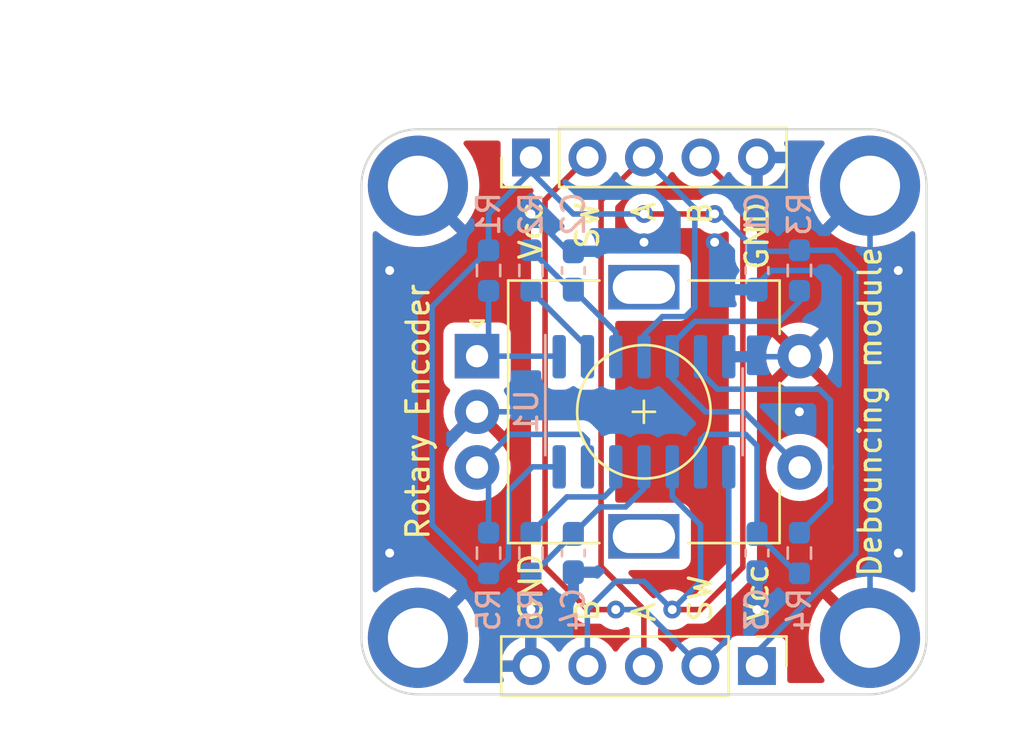
<source format=kicad_pcb>
(kicad_pcb (version 20210623) (generator pcbnew)
  (layers (0 "F.Cu" signal) (31 "B.Cu" signal) (34 "B.Paste" user) (35 "F.Paste" user) (36 "B.SilkS" user "B.Silkscreen") (37 "F.SilkS" user "F.Silkscreen") (38 "B.Mask" user) (39 "F.Mask" user) (44 "Edge.Cuts" user))
  (net 0 "")
  (net 1 "Net-(C4-Pad1)")
  (net 2 "GND")
  (net 3 "Net-(C2-Pad1)")
  (net 4 "Net-(C3-Pad1)")
  (net 5 "VCC")
  (net 6 "Switch")
  (net 7 "A")
  (net 8 "B")
  (net 9 "B_debounced")
  (net 10 "Switch_debounced")
  (net 11 "A_debounced")
  (net 12 "Net-(R4-Pad1)")
  (net 13 "Net-(R2-Pad1)")
  (net 14 "Net-(R6-Pad1)")
  (footprint "MountingHole:MountingHole_2.7mm_M2.5_ISO7380_Pad_TopBottom" (layer "F.Cu") (at 175.26 109.22)
    (fp_text reference "H1" hide)
    (fp_text value "MountingHole_Pad")
    (pad "1" thru_hole circle locked (at 0 0) (size 3.1 3.1) (drill 2.7) (layers *.Cu *.Mask) (net 2 "GND"))
    (pad "1" connect circle locked (at 0 0) (size 4.5 4.5) (layers "F.Cu" "F.Mask") (net 2 "GND"))
    (pad "1" connect circle locked (at 0 0) (size 4.5 4.5) (layers "B.Cu" "B.Mask") (net 2 "GND"))
  )
  (footprint "MountingHole:MountingHole_2.7mm_M2.5_ISO7380_Pad_TopBottom" (layer "F.Cu") (at 195.58 109.22)
    (fp_text reference "H2" hide)
    (fp_text value "MountingHole_Pad")
    (pad "1" connect circle locked (at 0 0) (size 4.5 4.5) (layers "F.Cu" "F.Mask") (net 2 "GND"))
    (pad "1" thru_hole circle locked (at 0 0) (size 3.1 3.1) (drill 2.7) (layers *.Cu *.Mask) (net 2 "GND"))
    (pad "1" connect circle locked (at 0 0) (size 4.5 4.5) (layers "B.Cu" "B.Mask") (net 2 "GND"))
  )
  (footprint "Connector_PinHeader_2.54mm:PinHeader_1x05_P2.54mm_Vertical" (layer "F.Cu") (at 180.34 87.63 90)
    (fp_text reference "J2" hide)
    (fp_text value "Header")
    (fp_line (start -1.33 0) (end -1.33 -1.33) (layer "F.SilkS") (width 0.12))
    (fp_line (start 1.33 1.27) (end 1.33 11.49) (layer "F.SilkS") (width 0.12))
    (fp_line (start -1.33 11.49) (end 1.33 11.49) (layer "F.SilkS") (width 0.12))
    (fp_line (start -1.33 1.27) (end 1.33 1.27) (layer "F.SilkS") (width 0.12))
    (fp_line (start -1.33 1.27) (end -1.33 11.49) (layer "F.SilkS") (width 0.12))
    (fp_line (start -1.33 -1.33) (end 0 -1.33) (layer "F.SilkS") (width 0.12))
    (pad "1" thru_hole rect locked (at 0 0 90) (size 1.7 1.7) (drill 1) (layers *.Cu *.Mask) (net 5 "VCC"))
    (pad "2" thru_hole oval locked (at 0 2.54 90) (size 1.7 1.7) (drill 1) (layers *.Cu *.Mask) (net 10 "Switch_debounced"))
    (pad "3" thru_hole oval locked (at 0 5.08 270) (size 1.7 1.7) (drill 1) (layers *.Cu *.Mask) (net 11 "A_debounced"))
    (pad "4" thru_hole oval locked (at 0 7.62 90) (size 1.7 1.7) (drill 1) (layers *.Cu *.Mask) (net 9 "B_debounced"))
    (pad "5" thru_hole oval locked (at 0 10.16 90) (size 1.7 1.7) (drill 1) (layers *.Cu *.Mask) (net 2 "GND"))
  )
  (footprint "Rotary_Encoder:RotaryEncoder_Alps_EC11E-Switch_Vertical_H20mm" (layer "F.Cu") (at 177.916 96.56)
    (fp_text reference "SW1" hide)
    (fp_text value "RotaryEncoder_Switch")
    (fp_line (start 1.4 -3.4) (end 1.4 8.4) (layer "F.SilkS") (width 0.12))
    (fp_line (start 0 -1.3) (end -0.3 -1.6) (layer "F.SilkS") (width 0.12))
    (fp_line (start 13.6 8.4) (end 9.5 8.4) (layer "F.SilkS") (width 0.12))
    (fp_line (start 13.6 6) (end 13.6 8.4) (layer "F.SilkS") (width 0.12))
    (fp_line (start 7.5 2) (end 7.5 3) (layer "F.SilkS") (width 0.12))
    (fp_line (start 13.6 1.2) (end 13.6 3.8) (layer "F.SilkS") (width 0.12))
    (fp_line (start 5.5 -3.4) (end 1.4 -3.4) (layer "F.SilkS") (width 0.12))
    (fp_line (start 7 2.5) (end 8 2.5) (layer "F.SilkS") (width 0.12))
    (fp_line (start 5.5 8.4) (end 1.4 8.4) (layer "F.SilkS") (width 0.12))
    (fp_line (start 13.6 -3.4) (end 13.6 -1) (layer "F.SilkS") (width 0.12))
    (fp_line (start 0.3 -1.6) (end 0 -1.3) (layer "F.SilkS") (width 0.12))
    (fp_line (start 9.5 -3.4) (end 13.6 -3.4) (layer "F.SilkS") (width 0.12))
    (fp_line (start -0.3 -1.6) (end 0.3 -1.6) (layer "F.SilkS") (width 0.12))
    (fp_circle (center 7.5 2.5) (end 10.5 2.5) (layer "F.SilkS") (width 0.12) (fill none))
    (pad "A" thru_hole rect locked (at 0 0) (size 2 2) (drill 1) (layers *.Cu *.Mask) (net 7 "A"))
    (pad "B" thru_hole circle locked (at 0 5) (size 2 2) (drill 1) (layers *.Cu *.Mask) (net 8 "B"))
    (pad "C" thru_hole circle locked (at 0 2.5) (size 2 2) (drill 1) (layers *.Cu *.Mask) (net 2 "GND"))
    (pad "MP" thru_hole rect locked (at 7.5 8.1) (size 3.2 2) (drill oval 2.8 1.5) (layers *.Cu *.Mask))
    (pad "MP" thru_hole rect locked (at 7.5 -3.1) (size 3.2 2) (drill oval 2.8 1.5) (layers *.Cu *.Mask))
    (pad "S1" thru_hole circle locked (at 14.5 5) (size 2 2) (drill 1) (layers *.Cu *.Mask) (net 6 "Switch"))
    (pad "S2" thru_hole circle locked (at 14.5 0) (size 2 2) (drill 1) (layers *.Cu *.Mask) (net 2 "GND"))
  )
  (footprint "Connector_PinHeader_2.54mm:PinHeader_1x05_P2.54mm_Vertical" (layer "F.Cu") (at 190.495 110.49 -90)
    (fp_text reference "J1" hide)
    (fp_text value "Header")
    (fp_line (start -1.33 -1.33) (end 0 -1.33) (layer "F.SilkS") (width 0.12))
    (fp_line (start -1.33 1.27) (end 1.33 1.27) (layer "F.SilkS") (width 0.12))
    (fp_line (start -1.33 1.27) (end -1.33 11.49) (layer "F.SilkS") (width 0.12))
    (fp_line (start -1.33 11.49) (end 1.33 11.49) (layer "F.SilkS") (width 0.12))
    (fp_line (start -1.33 0) (end -1.33 -1.33) (layer "F.SilkS") (width 0.12))
    (fp_line (start 1.33 1.27) (end 1.33 11.49) (layer "F.SilkS") (width 0.12))
    (pad "1" thru_hole rect locked (at 0 0 270) (size 1.7 1.7) (drill 1) (layers *.Cu *.Mask) (net 5 "VCC"))
    (pad "2" thru_hole oval locked (at 0 2.54 270) (size 1.7 1.7) (drill 1) (layers *.Cu *.Mask) (net 10 "Switch_debounced"))
    (pad "3" thru_hole oval locked (at 0 5.08 270) (size 1.7 1.7) (drill 1) (layers *.Cu *.Mask) (net 11 "A_debounced"))
    (pad "4" thru_hole oval locked (at 0 7.62 270) (size 1.7 1.7) (drill 1) (layers *.Cu *.Mask) (net 9 "B_debounced"))
    (pad "5" thru_hole oval locked (at 0 10.16 270) (size 1.7 1.7) (drill 1) (layers *.Cu *.Mask) (net 2 "GND"))
  )
  (footprint "MountingHole:MountingHole_2.7mm_M2.5_ISO7380_Pad_TopBottom" (layer "F.Cu") (at 195.58 88.9)
    (fp_text reference "H3" hide)
    (fp_text value "MountingHole_Pad")
    (pad "1" thru_hole circle locked (at 0 0) (size 3.1 3.1) (drill 2.7) (layers *.Cu *.Mask) (net 2 "GND"))
    (pad "1" connect circle locked (at 0 0) (size 4.5 4.5) (layers "F.Cu" "F.Mask") (net 2 "GND"))
    (pad "1" connect circle locked (at 0 0) (size 4.5 4.5) (layers "B.Cu" "B.Mask") (net 2 "GND"))
  )
  (footprint "MountingHole:MountingHole_2.7mm_M2.5_ISO7380_Pad_TopBottom" (layer "F.Cu") (at 175.26 88.9)
    (fp_text reference "H4" hide)
    (fp_text value "MountingHole_Pad")
    (pad "1" connect circle locked (at 0 0) (size 4.5 4.5) (layers "F.Cu" "F.Mask") (net 2 "GND"))
    (pad "1" thru_hole circle locked (at 0 0) (size 3.1 3.1) (drill 2.7) (layers *.Cu *.Mask) (net 2 "GND"))
    (pad "1" connect circle locked (at 0 0) (size 4.5 4.5) (layers "B.Cu" "B.Mask") (net 2 "GND"))
  )
  (footprint "Resistor_SMD:R_0603_1608Metric_Pad0.98x0.95mm_HandSolder" (layer "B.Cu") (at 180.34 92.71 90)
    (fp_text reference "R2" (at 2.54 0 90) (layer "B.SilkS") (effects (justify mirror)))
    (fp_text value "10K")
    (fp_line (start -0.254724 -0.5225) (end 0.254724 -0.5225) (layer "B.SilkS") (width 0.12))
    (fp_line (start -0.254724 0.5225) (end 0.254724 0.5225) (layer "B.SilkS") (width 0.12))
    (pad "1" smd roundrect locked (at -0.9125 0 90) (size 0.975 0.95) (layers "B.Cu" "B.Paste" "B.Mask") (net 13 "Net-(R2-Pad1)"))
    (pad "2" smd roundrect locked (at 0.9125 0 90) (size 0.975 0.95) (layers "B.Cu" "B.Paste" "B.Mask") (net 3 "Net-(C2-Pad1)"))
  )
  (footprint "Resistor_SMD:R_0603_1608Metric_Pad0.98x0.95mm_HandSolder" (layer "B.Cu") (at 178.435 105.41 90)
    (fp_text reference "R5" (at -2.54 0 90) (layer "B.SilkS") (effects (justify mirror)))
    (fp_text value "10K")
    (fp_line (start -0.254724 -0.5225) (end 0.254724 -0.5225) (layer "B.SilkS") (width 0.12))
    (fp_line (start -0.254724 0.5225) (end 0.254724 0.5225) (layer "B.SilkS") (width 0.12))
    (pad "1" smd roundrect locked (at -0.9125 0 90) (size 0.975 0.95) (layers "B.Cu" "B.Paste" "B.Mask") (net 5 "VCC"))
    (pad "2" smd roundrect locked (at 0.9125 0 90) (size 0.975 0.95) (layers "B.Cu" "B.Paste" "B.Mask") (net 8 "B"))
  )
  (footprint "Package_SO:SOIC-14_3.9x8.7mm_P1.27mm" (layer "B.Cu") (at 185.42 99.06 -90)
    (fp_text reference "U1" (at 0 5.28 90) (layer "B.SilkS") (effects (justify mirror)))
    (fp_text value "74HC14" hide)
    (fp_line (start 0 4.435) (end 1.95 4.435) (layer "B.SilkS") (width 0.12))
    (fp_line (start 0 -4.435) (end -1.95 -4.435) (layer "B.SilkS") (width 0.12))
    (fp_line (start 0 -4.435) (end 1.95 -4.435) (layer "B.SilkS") (width 0.12))
    (fp_line (start 0 4.435) (end -3.45 4.435) (layer "B.SilkS") (width 0.12))
    (pad "1" smd roundrect locked (at -2.475 3.81 270) (size 1.95 0.6) (layers "B.Cu" "B.Paste" "B.Mask") (net 7 "A"))
    (pad "2" smd roundrect locked (at -2.475 2.54 270) (size 1.95 0.6) (layers "B.Cu" "B.Paste" "B.Mask") (net 13 "Net-(R2-Pad1)"))
    (pad "3" smd roundrect locked (at -2.475 1.27 270) (size 1.95 0.6) (layers "B.Cu" "B.Paste" "B.Mask") (net 3 "Net-(C2-Pad1)"))
    (pad "4" smd roundrect locked (at -2.475 0 270) (size 1.95 0.6) (layers "B.Cu" "B.Paste" "B.Mask") (net 11 "A_debounced"))
    (pad "5" smd roundrect locked (at -2.475 -1.27 270) (size 1.95 0.6) (layers "B.Cu" "B.Paste" "B.Mask") (net 6 "Switch"))
    (pad "6" smd roundrect locked (at -2.475 -2.54 270) (size 1.95 0.6) (layers "B.Cu" "B.Paste" "B.Mask") (net 12 "Net-(R4-Pad1)"))
    (pad "7" smd roundrect locked (at -2.475 -3.81 270) (size 1.95 0.6) (layers "B.Cu" "B.Paste" "B.Mask") (net 2 "GND"))
    (pad "8" smd roundrect locked (at 2.475 -3.81 270) (size 1.95 0.6) (layers "B.Cu" "B.Paste" "B.Mask") (net 10 "Switch_debounced"))
    (pad "9" smd roundrect locked (at 2.475 -2.54 270) (size 1.95 0.6) (layers "B.Cu" "B.Paste" "B.Mask") (net 4 "Net-(C3-Pad1)"))
    (pad "10" smd roundrect locked (at 2.475 -1.27 270) (size 1.95 0.6) (layers "B.Cu" "B.Paste" "B.Mask") (net 9 "B_debounced"))
    (pad "11" smd roundrect locked (at 2.475 0 270) (size 1.95 0.6) (layers "B.Cu" "B.Paste" "B.Mask") (net 1 "Net-(C4-Pad1)"))
    (pad "12" smd roundrect locked (at 2.475 1.27 270) (size 1.95 0.6) (layers "B.Cu" "B.Paste" "B.Mask") (net 14 "Net-(R6-Pad1)"))
    (pad "13" smd roundrect locked (at 2.475 2.54 270) (size 1.95 0.6) (layers "B.Cu" "B.Paste" "B.Mask") (net 8 "B"))
    (pad "14" smd roundrect locked (at 2.475 3.81 270) (size 1.95 0.6) (layers "B.Cu" "B.Paste" "B.Mask") (net 5 "VCC"))
  )
  (footprint "Capacitor_SMD:C_0603_1608Metric_Pad1.08x0.95mm_HandSolder" (layer "B.Cu") (at 190.5 105.41 -90)
    (fp_text reference "C3" (at 2.54 0 90) (layer "B.SilkS") (effects (justify mirror)))
    (fp_text value "91nF")
    (fp_line (start -0.146267 0.51) (end 0.146267 0.51) (layer "B.SilkS") (width 0.12))
    (fp_line (start -0.146267 -0.51) (end 0.146267 -0.51) (layer "B.SilkS") (width 0.12))
    (pad "1" smd roundrect locked (at -0.8625 0 270) (size 1.075 0.95) (layers "B.Cu" "B.Paste" "B.Mask") (net 4 "Net-(C3-Pad1)"))
    (pad "2" smd roundrect locked (at 0.8625 0 270) (size 1.075 0.95) (layers "B.Cu" "B.Paste" "B.Mask") (net 2 "GND"))
  )
  (footprint "Resistor_SMD:R_0603_1608Metric_Pad0.98x0.95mm_HandSolder" (layer "B.Cu") (at 192.405 92.71 -90)
    (fp_text reference "R3" (at -2.54 0 90) (layer "B.SilkS") (effects (justify mirror)))
    (fp_text value "10K")
    (fp_line (start -0.254724 0.5225) (end 0.254724 0.5225) (layer "B.SilkS") (width 0.12))
    (fp_line (start -0.254724 -0.5225) (end 0.254724 -0.5225) (layer "B.SilkS") (width 0.12))
    (pad "1" smd roundrect locked (at -0.9125 0 270) (size 0.975 0.95) (layers "B.Cu" "B.Paste" "B.Mask") (net 5 "VCC"))
    (pad "2" smd roundrect locked (at 0.9125 0 270) (size 0.975 0.95) (layers "B.Cu" "B.Paste" "B.Mask") (net 6 "Switch"))
  )
  (footprint "Resistor_SMD:R_0603_1608Metric_Pad0.98x0.95mm_HandSolder" (layer "B.Cu") (at 192.405 105.41 -90)
    (fp_text reference "R4" (at 2.54 0 90) (layer "B.SilkS") (effects (justify mirror)))
    (fp_text value "10K")
    (fp_line (start -0.254724 -0.5225) (end 0.254724 -0.5225) (layer "B.SilkS") (width 0.12))
    (fp_line (start -0.254724 0.5225) (end 0.254724 0.5225) (layer "B.SilkS") (width 0.12))
    (pad "1" smd roundrect locked (at -0.9125 0 270) (size 0.975 0.95) (layers "B.Cu" "B.Paste" "B.Mask") (net 12 "Net-(R4-Pad1)"))
    (pad "2" smd roundrect locked (at 0.9125 0 270) (size 0.975 0.95) (layers "B.Cu" "B.Paste" "B.Mask") (net 4 "Net-(C3-Pad1)"))
  )
  (footprint "Capacitor_SMD:C_0603_1608Metric_Pad1.08x0.95mm_HandSolder" (layer "B.Cu") (at 182.245 92.71 90)
    (fp_text reference "C2" (at 2.54 0 90) (layer "B.SilkS") (effects (justify mirror)))
    (fp_text value "91nF")
    (fp_line (start -0.146267 -0.51) (end 0.146267 -0.51) (layer "B.SilkS") (width 0.12))
    (fp_line (start -0.146267 0.51) (end 0.146267 0.51) (layer "B.SilkS") (width 0.12))
    (pad "1" smd roundrect locked (at -0.8625 0 90) (size 1.075 0.95) (layers "B.Cu" "B.Paste" "B.Mask") (net 3 "Net-(C2-Pad1)"))
    (pad "2" smd roundrect locked (at 0.8625 0 90) (size 1.075 0.95) (layers "B.Cu" "B.Paste" "B.Mask") (net 2 "GND"))
  )
  (footprint "Resistor_SMD:R_0603_1608Metric_Pad0.98x0.95mm_HandSolder" (layer "B.Cu") (at 178.435 92.71 -90)
    (fp_text reference "R1" (at -2.54 0 90) (layer "B.SilkS") (effects (justify mirror)))
    (fp_text value "10K")
    (fp_line (start -0.254724 0.5225) (end 0.254724 0.5225) (layer "B.SilkS") (width 0.12))
    (fp_line (start -0.254724 -0.5225) (end 0.254724 -0.5225) (layer "B.SilkS") (width 0.12))
    (pad "1" smd roundrect locked (at -0.9125 0 270) (size 0.975 0.95) (layers "B.Cu" "B.Paste" "B.Mask") (net 5 "VCC"))
    (pad "2" smd roundrect locked (at 0.9125 0 270) (size 0.975 0.95) (layers "B.Cu" "B.Paste" "B.Mask") (net 7 "A"))
  )
  (footprint "Resistor_SMD:R_0603_1608Metric_Pad0.98x0.95mm_HandSolder" (layer "B.Cu") (at 180.34 105.41 -90)
    (fp_text reference "R6" (at 2.54 0 90) (layer "B.SilkS") (effects (justify mirror)))
    (fp_text value "10K")
    (fp_line (start -0.254724 0.5225) (end 0.254724 0.5225) (layer "B.SilkS") (width 0.12))
    (fp_line (start -0.254724 -0.5225) (end 0.254724 -0.5225) (layer "B.SilkS") (width 0.12))
    (pad "1" smd roundrect locked (at -0.9125 0 270) (size 0.975 0.95) (layers "B.Cu" "B.Paste" "B.Mask") (net 14 "Net-(R6-Pad1)"))
    (pad "2" smd roundrect locked (at 0.9125 0 270) (size 0.975 0.95) (layers "B.Cu" "B.Paste" "B.Mask") (net 1 "Net-(C4-Pad1)"))
  )
  (footprint "Capacitor_SMD:C_0603_1608Metric_Pad1.08x0.95mm_HandSolder" (layer "B.Cu") (at 182.245 105.41 -90)
    (fp_text reference "C4" (at 2.54 0 90) (layer "B.SilkS") (effects (justify mirror)))
    (fp_text value "91nF")
    (fp_line (start -0.146267 -0.51) (end 0.146267 -0.51) (layer "B.SilkS") (width 0.12))
    (fp_line (start -0.146267 0.51) (end 0.146267 0.51) (layer "B.SilkS") (width 0.12))
    (pad "1" smd roundrect locked (at -0.8625 0 270) (size 1.075 0.95) (layers "B.Cu" "B.Paste" "B.Mask") (net 1 "Net-(C4-Pad1)"))
    (pad "2" smd roundrect locked (at 0.8625 0 270) (size 1.075 0.95) (layers "B.Cu" "B.Paste" "B.Mask") (net 2 "GND"))
  )
  (footprint "Capacitor_SMD:C_0603_1608Metric_Pad1.08x0.95mm_HandSolder" (layer "B.Cu") (at 190.5 92.71 -90)
    (fp_text reference "C1" (at -2.54 0 90) (layer "B.SilkS") (effects (justify mirror)))
    (fp_text value "100nF")
    (fp_line (start -0.146267 0.51) (end 0.146267 0.51) (layer "B.SilkS") (width 0.12))
    (fp_line (start -0.146267 -0.51) (end 0.146267 -0.51) (layer "B.SilkS") (width 0.12))
    (pad "1" smd roundrect locked (at -0.8625 0 270) (size 1.075 0.95) (layers "B.Cu" "B.Paste" "B.Mask") (net 5 "VCC"))
    (pad "2" smd roundrect locked (at 0.8625 0 270) (size 1.075 0.95) (layers "B.Cu" "B.Paste" "B.Mask") (net 2 "GND"))
  )
  (gr_arc (start 175.26 109.22) (end 175.26 111.76) (angle 90) (layer "Edge.Cuts") (width 0.1))
  (gr_arc (start 195.58 109.22) (end 198.12 109.22) (angle 90) (layer "Edge.Cuts") (width 0.1))
  (gr_arc (start 195.58 88.9) (end 195.58 86.36) (angle 90) (layer "Edge.Cuts") (width 0.1))
  (gr_line (start 198.12 109.22) (end 198.12 88.9) (layer "Edge.Cuts") (width 0.1))
  (gr_arc (start 175.26 88.9) (end 172.72 88.9) (angle 90) (layer "Edge.Cuts") (width 0.1))
  (gr_line (start 195.58 86.36) (end 175.26 86.36) (layer "Edge.Cuts") (width 0.1))
  (gr_line (start 172.72 88.9) (end 172.72 109.22) (layer "Edge.Cuts") (width 0.1))
  (gr_line (start 175.26 111.76) (end 195.58 111.76) (layer "Edge.Cuts") (width 0.1))
  (gr_text "A" (at 185.42 108.585 90) (layer "F.SilkS") (effects (font (size 1 1)) (justify left)))
  (gr_text "A" (at 185.42 89.535 90) (layer "F.SilkS") (effects (font (size 1 1)) (justify right)))
  (gr_text "SW" (at 187.96 108.585 90) (layer "F.SilkS") (effects (font (size 1 1)) (justify left)))
  (gr_text "Vcc" (at 180.34 89.535 90) (layer "F.SilkS") (effects (font (size 1 1)) (justify right)))
  (gr_text "GND" (at 190.5 89.535 90) (layer "F.SilkS") (effects (font (size 1 1)) (justify right)))
  (gr_text "Rotary Encoder" (at 175.26 99.06 90) (layer "F.SilkS") (effects (font (size 1 1))))
  (gr_text "B" (at 182.88 108.585 90) (layer "F.SilkS") (effects (font (size 1 1)) (justify left)))
  (gr_text "Debouncing module" (at 195.58 99.06 90) (layer "F.SilkS") (effects (font (size 1 1))))
  (gr_text "GND" (at 180.34 108.585 90) (layer "F.SilkS") (effects (font (size 1 1)) (justify left)))
  (gr_text "Vcc" (at 190.495 108.585 90) (layer "F.SilkS") (effects (font (size 1 1)) (justify left)))
  (gr_text "B" (at 187.96 89.535 90) (layer "F.SilkS") (effects (font (size 1 1)) (justify right)))
  (gr_text "SW" (at 182.88 89.535 90) (layer "F.SilkS") (effects (font (size 1 1)) (justify right)))
  (segment (start 182.245 104.5475) (end 183.457011 103.335489) (width 0.25) (layer "B.Cu") (net 1))
  (segment (start 180.47 106.3225) (end 182.245 104.5475) (width 0.25) (layer "B.Cu") (net 1))
  (segment (start 183.457011 103.335489) (end 184.594511 103.335489) (width 0.25) (layer "B.Cu") (net 1))
  (segment (start 185.42 102.51) (end 185.42 101.535) (width 0.25) (layer "B.Cu") (net 1))
  (segment (start 184.594511 103.335489) (end 185.42 102.51) (width 0.25) (layer "B.Cu") (net 1))
  (segment (start 180.34 106.3225) (end 180.47 106.3225) (width 0.25) (layer "B.Cu") (net 1))
  (via (at 173.99 92.71) (size 0.8) (drill 0.4) (layers "F.Cu" "B.Cu") (net 2))
  (via (at 180.34 90.17) (size 0.8) (drill 0.4) (layers "F.Cu" "B.Cu") (net 2))
  (via (at 180.34 107.95) (size 0.8) (drill 0.4) (layers "F.Cu" "B.Cu") (net 2))
  (via (at 196.85 105.41) (size 0.8) (drill 0.4) (layers "F.Cu" "B.Cu") (net 2))
  (via (at 192.405 99.06) (size 0.8) (drill 0.4) (layers "F.Cu" "B.Cu") (net 2))
  (via (at 188.595 91.44) (size 0.8) (drill 0.4) (layers "F.Cu" "B.Cu") (net 2))
  (via (at 185.42 91.44) (size 0.8) (drill 0.4) (layers "F.Cu" "B.Cu") (net 2))
  (via (at 173.99 105.41) (size 0.8) (drill 0.4) (layers "F.Cu" "B.Cu") (net 2))
  (via (at 190.5 107.95) (size 0.8) (drill 0.4) (layers "F.Cu" "B.Cu") (net 2))
  (via (at 196.85 92.71) (size 0.8) (drill 0.4) (layers "F.Cu" "B.Cu") (net 2))
  (segment (start 177.916 99.06) (end 185.42 99.06) (width 0.25) (layer "B.Cu") (net 2))
  (segment (start 192.391 96.585) (end 192.416 96.56) (width 0.25) (layer "B.Cu") (net 2))
  (segment (start 193.675 95.301) (end 192.416 96.56) (width 0.25) (layer "B.Cu") (net 2))
  (segment (start 190.5 93.5725) (end 190.5 93.345) (width 0.25) (layer "B.Cu") (net 2))
  (segment (start 193.04 92.71) (end 193.675 93.345) (width 0.25) (layer "B.Cu") (net 2))
  (segment (start 193.675 93.345) (end 193.675 95.301) (width 0.25) (layer "B.Cu") (net 2))
  (segment (start 182.245 91.8475) (end 182.0175 91.8475) (width 0.25) (layer "B.Cu") (net 2))
  (segment (start 182.0175 91.8475) (end 180.34 90.17) (width 0.25) (layer "B.Cu") (net 2))
  (segment (start 191.135 92.71) (end 193.04 92.71) (width 0.25) (layer "B.Cu") (net 2))
  (segment (start 190.5 93.345) (end 191.135 92.71) (width 0.25) (layer "B.Cu") (net 2))
  (segment (start 195.58 88.9) (end 195.58 109.22) (width 0.25) (layer "B.Cu") (net 2))
  (segment (start 189.23 96.585) (end 192.391 96.585) (width 0.25) (layer "B.Cu") (net 2))
  (segment (start 182.115 93.5725) (end 182.245 93.5725) (width 0.25) (layer "B.Cu") (net 3))
  (segment (start 180.34 91.7975) (end 182.115 93.5725) (width 0.25) (layer "B.Cu") (net 3))
  (segment (start 184.15 96.585) (end 184.15 95.4775) (width 0.25) (layer "B.Cu") (net 3))
  (segment (start 184.15 95.4775) (end 182.245 93.5725) (width 0.25) (layer "B.Cu") (net 3))
  (segment (start 189.992 100.076) (end 188.214 100.076) (width 0.25) (layer "B.Cu") (net 4))
  (segment (start 188.214 100.076) (end 187.96 100.33) (width 0.25) (layer "B.Cu") (net 4))
  (segment (start 187.96 100.33) (end 187.96 101.535) (width 0.25) (layer "B.Cu") (net 4))
  (segment (start 192.275 106.3225) (end 190.5 104.5475) (width 0.25) (layer "B.Cu") (net 4))
  (segment (start 192.405 106.3225) (end 192.275 106.3225) (width 0.25) (layer "B.Cu") (net 4))
  (segment (start 190.5 100.584) (end 189.992 100.076) (width 0.25) (layer "B.Cu") (net 4))
  (segment (start 190.5 104.5475) (end 190.5 100.584) (width 0.25) (layer "B.Cu") (net 4))
  (segment (start 185.42 90.17) (end 188.595 90.17) (width 0.25) (layer "F.Cu") (net 5))
  (via (at 188.595 90.17) (size 0.8) (drill 0.4) (layers "F.Cu" "B.Cu") (net 5))
  (via (at 185.42 90.17) (size 0.8) (drill 0.4) (layers "F.Cu" "B.Cu") (net 5))
  (segment (start 188.8225 90.17) (end 188.595 90.17) (width 0.25) (layer "B.Cu") (net 5))
  (segment (start 178.6655 106.3225) (end 179.324 105.664) (width 0.25) (layer "B.Cu") (net 5))
  (segment (start 190.495 109.86) (end 190.495 110.49) (width 0.25) (layer "B.Cu") (net 5))
  (segment (start 180.405 101.535) (end 181.61 101.535) (width 0.25) (layer "B.Cu") (net 5))
  (segment (start 194.0325 91.7975) (end 194.945 92.71) (width 0.25) (layer "B.Cu") (net 5))
  (segment (start 192.355 91.8475) (end 192.405 91.7975) (width 0.25) (layer "B.Cu") (net 5))
  (segment (start 175.895 94.3375) (end 178.435 91.7975) (width 0.25) (layer "B.Cu") (net 5))
  (segment (start 175.895 104.14) (end 175.895 94.3375) (width 0.25) (layer "B.Cu") (net 5))
  (segment (start 182.245 90.17) (end 180.34 88.265) (width 0.25) (layer "B.Cu") (net 5))
  (segment (start 194.945 105.41) (end 190.495 109.86) (width 0.25) (layer "B.Cu") (net 5))
  (segment (start 190.5 91.8475) (end 188.8225 90.17) (width 0.25) (layer "B.Cu") (net 5))
  (segment (start 178.0775 106.3225) (end 175.895 104.14) (width 0.25) (layer "B.Cu") (net 5))
  (segment (start 178.435 106.3225) (end 178.0775 106.3225) (width 0.25) (layer "B.Cu") (net 5))
  (segment (start 192.405 91.7975) (end 194.0325 91.7975) (width 0.25) (layer "B.Cu") (net 5))
  (segment (start 178.435 106.3225) (end 178.6655 106.3225) (width 0.25) (layer "B.Cu") (net 5))
  (segment (start 185.42 90.17) (end 182.245 90.17) (width 0.25) (layer "B.Cu") (net 5))
  (segment (start 179.324 102.616) (end 180.405 101.535) (width 0.25) (layer "B.Cu") (net 5))
  (segment (start 190.5 91.8475) (end 192.355 91.8475) (width 0.25) (layer "B.Cu") (net 5))
  (segment (start 179.324 105.664) (end 179.324 102.616) (width 0.25) (layer "B.Cu") (net 5))
  (segment (start 194.945 92.71) (end 194.945 105.41) (width 0.25) (layer "B.Cu") (net 5))
  (segment (start 178.435 90.17) (end 180.34 88.265) (width 0.25) (layer "B.Cu") (net 5))
  (segment (start 180.34 87.63) (end 180.34 88.265) (width 0.25) (layer "B.Cu") (net 5))
  (segment (start 178.435 91.7975) (end 178.435 90.17) (width 0.25) (layer "B.Cu") (net 5))
  (segment (start 186.69 97.56) (end 188.19 99.06) (width 0.25) (layer "B.Cu") (net 6))
  (segment (start 192.405 94.107) (end 192.405 93.6225) (width 0.25) (layer "B.Cu") (net 6))
  (segment (start 188.19 99.06) (end 189.916 99.06) (width 0.25) (layer "B.Cu") (net 6))
  (segment (start 187.706 94.996) (end 191.516 94.996) (width 0.25) (layer "B.Cu") (net 6))
  (segment (start 189.916 99.06) (end 192.416 101.56) (width 0.25) (layer "B.Cu") (net 6))
  (segment (start 186.69 96.012) (end 187.706 94.996) (width 0.25) (layer "B.Cu") (net 6))
  (segment (start 191.516 94.996) (end 192.405 94.107) (width 0.25) (layer "B.Cu") (net 6))
  (segment (start 186.69 96.585) (end 186.69 96.012) (width 0.25) (layer "B.Cu") (net 6))
  (segment (start 186.69 96.585) (end 186.69 97.56) (width 0.25) (layer "B.Cu") (net 6))
  (segment (start 178.435 96.041) (end 177.916 96.56) (width 0.25) (layer "B.Cu") (net 7))
  (segment (start 177.916 96.56) (end 181.585 96.56) (width 0.25) (layer "B.Cu") (net 7))
  (segment (start 178.435 93.6225) (end 178.435 96.041) (width 0.25) (layer "B.Cu") (net 7))
  (segment (start 181.585 96.56) (end 181.61 96.585) (width 0.25) (layer "B.Cu") (net 7))
  (segment (start 179.4 100.076) (end 177.916 101.56) (width 0.25) (layer "B.Cu") (net 8))
  (segment (start 182.88 100.33) (end 182.626 100.076) (width 0.25) (layer "B.Cu") (net 8))
  (segment (start 178.435 102.079) (end 177.916 101.56) (width 0.25) (layer "B.Cu") (net 8))
  (segment (start 182.88 101.535) (end 182.88 100.33) (width 0.25) (layer "B.Cu") (net 8))
  (segment (start 178.435 104.4975) (end 178.435 102.079) (width 0.25) (layer "B.Cu") (net 8))
  (segment (start 182.626 100.076) (end 179.4 100.076) (width 0.25) (layer "B.Cu") (net 8))
  (segment (start 189.865 89.535) (end 189.865 106.045) (width 0.25) (layer "F.Cu") (net 9))
  (segment (start 189.865 106.045) (end 187.96 107.95) (width 0.25) (layer "F.Cu") (net 9))
  (segment (start 187.96 87.63) (end 189.865 89.535) (width 0.25) (layer "F.Cu") (net 9))
  (segment (start 187.96 107.95) (end 186.69 107.95) (width 0.25) (layer "F.Cu") (net 9))
  (via (at 186.69 107.95) (size 0.8) (drill 0.4) (layers "F.Cu" "B.Cu") (net 9))
  (segment (start 182.875 110.49) (end 182.875 107.955) (width 0.25) (layer "B.Cu") (net 9))
  (segment (start 187.96 104.14) (end 187.96 105.41) (width 0.25) (layer "B.Cu") (net 9))
  (segment (start 185.42 106.68) (end 186.69 107.95) (width 0.25) (layer "B.Cu") (net 9))
  (segment (start 186.69 102.87) (end 187.96 104.14) (width 0.25) (layer "B.Cu") (net 9))
  (segment (start 186.69 101.535) (end 186.69 102.87) (width 0.25) (layer "B.Cu") (net 9))
  (segment (start 187.96 105.41) (end 187.96 106.68) (width 0.25) (layer "B.Cu") (net 9))
  (segment (start 184.15 106.68) (end 185.42 106.68) (width 0.25) (layer "B.Cu") (net 9))
  (segment (start 187.96 105.41) (end 187.955 105.41) (width 0.25) (layer "B.Cu") (net 9))
  (segment (start 187.96 106.68) (end 186.69 107.95) (width 0.25) (layer "B.Cu") (net 9))
  (segment (start 182.875 107.955) (end 184.15 106.68) (width 0.25) (layer "B.Cu") (net 9))
  (segment (start 180.975 106.045) (end 182.88 107.95) (width 0.25) (layer "F.Cu") (net 10))
  (segment (start 182.88 87.63) (end 180.975 89.535) (width 0.25) (layer "F.Cu") (net 10))
  (segment (start 182.88 107.95) (end 184.15 107.95) (width 0.25) (layer "F.Cu") (net 10))
  (segment (start 180.975 89.535) (end 180.975 106.045) (width 0.25) (layer "F.Cu") (net 10))
  (via (at 184.15 107.95) (size 0.8) (drill 0.4) (layers "F.Cu" "B.Cu") (net 10))
  (segment (start 189.23 109.215) (end 187.955 110.49) (width 0.25) (layer "B.Cu") (net 10))
  (segment (start 185.42 107.955) (end 187.955 110.49) (width 0.25) (layer "B.Cu") (net 10))
  (segment (start 189.23 101.535) (end 189.23 109.215) (width 0.25) (layer "B.Cu") (net 10))
  (segment (start 184.15 107.95) (end 185.42 107.95) (width 0.25) (layer "B.Cu") (net 10))
  (segment (start 185.42 107.95) (end 185.42 107.955) (width 0.25) (layer "B.Cu") (net 10))
  (segment (start 185.415 107.945) (end 183.515 106.045) (width 0.25) (layer "F.Cu") (net 11))
  (segment (start 185.42 87.63) (end 183.491489 89.558511) (width 0.25) (layer "F.Cu") (net 11))
  (segment (start 183.491489 89.558511) (end 183.491489 106.021489) (width 0.25) (layer "F.Cu") (net 11))
  (segment (start 185.415 110.49) (end 185.415 107.945) (width 0.25) (layer "F.Cu") (net 11))
  (segment (start 187.281771 94.784511) (end 187.706 94.360282) (width 0.25) (layer "B.Cu") (net 11))
  (segment (start 187.706 89.916) (end 185.42 87.63) (width 0.25) (layer "B.Cu") (net 11))
  (segment (start 185.42 95.61) (end 186.245489 94.784511) (width 0.25) (layer "B.Cu") (net 11))
  (segment (start 186.245489 94.784511) (end 187.281771 94.784511) (width 0.25) (layer "B.Cu") (net 11))
  (segment (start 187.706 94.360282) (end 187.706 89.916) (width 0.25) (layer "B.Cu") (net 11))
  (segment (start 185.42 96.585) (end 185.42 95.61) (width 0.25) (layer "B.Cu") (net 11))
  (segment (start 193.802 103.1005) (end 192.405 104.4975) (width 0.25) (layer "B.Cu") (net 12))
  (segment (start 188.722 98.044) (end 193.294 98.044) (width 0.25) (layer "B.Cu") (net 12))
  (segment (start 187.96 97.282) (end 188.722 98.044) (width 0.25) (layer "B.Cu") (net 12))
  (segment (start 193.294 98.044) (end 193.802 98.552) (width 0.25) (layer "B.Cu") (net 12))
  (segment (start 193.802 98.552) (end 193.802 103.1005) (width 0.25) (layer "B.Cu") (net 12))
  (segment (start 187.96 96.585) (end 187.96 97.282) (width 0.25) (layer "B.Cu") (net 12))
  (segment (start 182.88 96.585) (end 182.88 96.1625) (width 0.25) (layer "B.Cu") (net 13))
  (segment (start 182.88 96.1625) (end 180.34 93.6225) (width 0.25) (layer "B.Cu") (net 13))
  (segment (start 183.626031 102.885969) (end 184.15 102.362) (width 0.25) (layer "B.Cu") (net 14))
  (segment (start 184.15 102.362) (end 184.15 101.535) (width 0.25) (layer "B.Cu") (net 14))
  (segment (start 180.34 104.4975) (end 181.951531 102.885969) (width 0.25) (layer "B.Cu") (net 14))
  (segment (start 181.951531 102.885969) (end 183.626031 102.885969) (width 0.25) (layer "B.Cu") (net 14))
  (zone (net 2) (net_name "GND") (layer "F.Cu") (connect_pads (clearance 0.508)) (min_thickness 0.254) (fill yes (thermal_gap 0.508) (thermal_bridge_width 0.508))
    (polygon (pts (xy 198.12 111.76) (xy 172.72 111.76) (xy 172.72 86.36) (xy 198.12 86.36)))
  )
  (zone (net 2) (net_name "GND") (layer "B.Cu") (connect_pads (clearance 0.508)) (min_thickness 0.254) (fill yes (thermal_gap 0.508) (thermal_bridge_width 0.508))
    (polygon (pts (xy 198.12 111.76) (xy 172.72 111.76) (xy 172.72 86.36) (xy 198.12 86.36)))
  )
)
</source>
